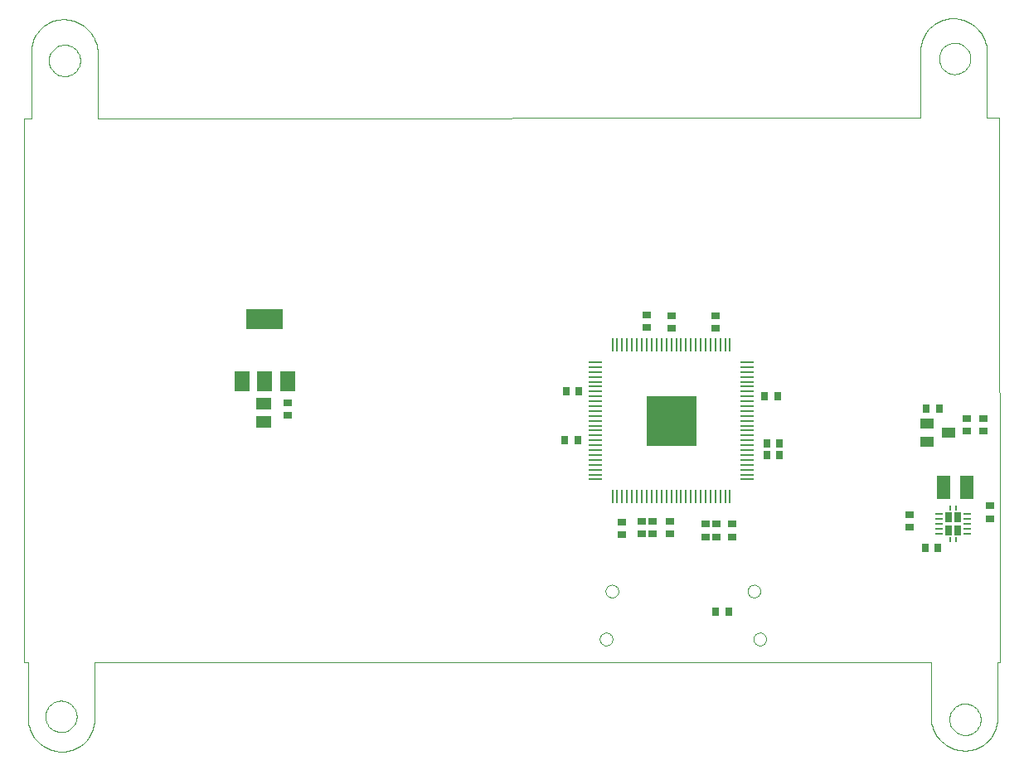
<source format=gtp>
G75*
G70*
%OFA0B0*%
%FSLAX24Y24*%
%IPPOS*%
%LPD*%
%AMOC8*
5,1,8,0,0,1.08239X$1,22.5*
%
%ADD10C,0.0000*%
%ADD11R,0.0098X0.0226*%
%ADD12R,0.0256X0.0404*%
%ADD13R,0.0270X0.0091*%
%ADD14C,0.0091*%
%ADD15R,0.0551X0.0945*%
%ADD16R,0.0354X0.0276*%
%ADD17R,0.0276X0.0354*%
%ADD18R,0.0551X0.0394*%
%ADD19R,0.0580X0.0110*%
%ADD20R,0.0110X0.0580*%
%ADD21R,0.2050X0.2050*%
%ADD22R,0.0591X0.0787*%
%ADD23R,0.1496X0.0787*%
%ADD24R,0.0591X0.0512*%
D10*
X001652Y000107D02*
X001722Y000109D01*
X001792Y000115D01*
X001862Y000124D01*
X001931Y000137D01*
X002000Y000154D01*
X002067Y000175D01*
X002133Y000199D01*
X002197Y000227D01*
X002260Y000258D01*
X002322Y000293D01*
X002381Y000331D01*
X002438Y000372D01*
X002493Y000416D01*
X002545Y000463D01*
X002595Y000513D01*
X002642Y000565D01*
X002686Y000620D01*
X002727Y000677D01*
X002765Y000736D01*
X002800Y000798D01*
X002831Y000861D01*
X002859Y000925D01*
X002883Y000991D01*
X002904Y001058D01*
X002921Y001127D01*
X002934Y001196D01*
X002943Y001266D01*
X002949Y001336D01*
X002951Y001406D01*
X002951Y003690D01*
X036573Y003690D01*
X036573Y001524D01*
X036575Y001452D01*
X036581Y001380D01*
X036590Y001308D01*
X036603Y001237D01*
X036620Y001167D01*
X036640Y001098D01*
X036665Y001030D01*
X036692Y000964D01*
X036723Y000898D01*
X036758Y000835D01*
X036795Y000773D01*
X036836Y000714D01*
X036880Y000657D01*
X036927Y000602D01*
X036977Y000550D01*
X037029Y000500D01*
X037084Y000453D01*
X037141Y000409D01*
X037200Y000368D01*
X037262Y000331D01*
X037325Y000296D01*
X037391Y000265D01*
X037457Y000238D01*
X037525Y000213D01*
X037594Y000193D01*
X037664Y000176D01*
X037735Y000163D01*
X037807Y000154D01*
X037879Y000148D01*
X037951Y000146D01*
X037321Y001406D02*
X037323Y001456D01*
X037329Y001506D01*
X037339Y001555D01*
X037353Y001603D01*
X037370Y001650D01*
X037391Y001695D01*
X037416Y001739D01*
X037444Y001780D01*
X037476Y001819D01*
X037510Y001856D01*
X037547Y001890D01*
X037587Y001920D01*
X037629Y001947D01*
X037673Y001971D01*
X037719Y001992D01*
X037766Y002008D01*
X037814Y002021D01*
X037864Y002030D01*
X037913Y002035D01*
X037964Y002036D01*
X038014Y002033D01*
X038063Y002026D01*
X038112Y002015D01*
X038160Y002000D01*
X038206Y001982D01*
X038251Y001960D01*
X038294Y001934D01*
X038335Y001905D01*
X038374Y001873D01*
X038410Y001838D01*
X038442Y001800D01*
X038472Y001760D01*
X038499Y001717D01*
X038522Y001673D01*
X038541Y001627D01*
X038557Y001579D01*
X038569Y001530D01*
X038577Y001481D01*
X038581Y001431D01*
X038581Y001381D01*
X038577Y001331D01*
X038569Y001282D01*
X038557Y001233D01*
X038541Y001185D01*
X038522Y001139D01*
X038499Y001095D01*
X038472Y001052D01*
X038442Y001012D01*
X038410Y000974D01*
X038374Y000939D01*
X038335Y000907D01*
X038294Y000878D01*
X038251Y000852D01*
X038206Y000830D01*
X038160Y000812D01*
X038112Y000797D01*
X038063Y000786D01*
X038014Y000779D01*
X037964Y000776D01*
X037913Y000777D01*
X037864Y000782D01*
X037814Y000791D01*
X037766Y000804D01*
X037719Y000820D01*
X037673Y000841D01*
X037629Y000865D01*
X037587Y000892D01*
X037547Y000922D01*
X037510Y000956D01*
X037476Y000993D01*
X037444Y001032D01*
X037416Y001073D01*
X037391Y001117D01*
X037370Y001162D01*
X037353Y001209D01*
X037339Y001257D01*
X037329Y001306D01*
X037323Y001356D01*
X037321Y001406D01*
X037951Y000147D02*
X038021Y000149D01*
X038091Y000155D01*
X038161Y000164D01*
X038230Y000177D01*
X038299Y000194D01*
X038366Y000215D01*
X038432Y000239D01*
X038496Y000267D01*
X038559Y000298D01*
X038621Y000333D01*
X038680Y000371D01*
X038737Y000412D01*
X038792Y000456D01*
X038844Y000503D01*
X038894Y000553D01*
X038941Y000605D01*
X038985Y000660D01*
X039026Y000717D01*
X039064Y000776D01*
X039099Y000838D01*
X039130Y000901D01*
X039158Y000965D01*
X039182Y001031D01*
X039203Y001098D01*
X039220Y001167D01*
X039233Y001236D01*
X039242Y001306D01*
X039248Y001376D01*
X039250Y001446D01*
X039250Y003690D01*
X039349Y003690D01*
X039329Y025619D01*
X038837Y025619D01*
X038837Y028217D01*
X036907Y027981D02*
X036909Y028031D01*
X036915Y028081D01*
X036925Y028130D01*
X036939Y028178D01*
X036956Y028225D01*
X036977Y028270D01*
X037002Y028314D01*
X037030Y028355D01*
X037062Y028394D01*
X037096Y028431D01*
X037133Y028465D01*
X037173Y028495D01*
X037215Y028522D01*
X037259Y028546D01*
X037305Y028567D01*
X037352Y028583D01*
X037400Y028596D01*
X037450Y028605D01*
X037499Y028610D01*
X037550Y028611D01*
X037600Y028608D01*
X037649Y028601D01*
X037698Y028590D01*
X037746Y028575D01*
X037792Y028557D01*
X037837Y028535D01*
X037880Y028509D01*
X037921Y028480D01*
X037960Y028448D01*
X037996Y028413D01*
X038028Y028375D01*
X038058Y028335D01*
X038085Y028292D01*
X038108Y028248D01*
X038127Y028202D01*
X038143Y028154D01*
X038155Y028105D01*
X038163Y028056D01*
X038167Y028006D01*
X038167Y027956D01*
X038163Y027906D01*
X038155Y027857D01*
X038143Y027808D01*
X038127Y027760D01*
X038108Y027714D01*
X038085Y027670D01*
X038058Y027627D01*
X038028Y027587D01*
X037996Y027549D01*
X037960Y027514D01*
X037921Y027482D01*
X037880Y027453D01*
X037837Y027427D01*
X037792Y027405D01*
X037746Y027387D01*
X037698Y027372D01*
X037649Y027361D01*
X037600Y027354D01*
X037550Y027351D01*
X037499Y027352D01*
X037450Y027357D01*
X037400Y027366D01*
X037352Y027379D01*
X037305Y027395D01*
X037259Y027416D01*
X037215Y027440D01*
X037173Y027467D01*
X037133Y027497D01*
X037096Y027531D01*
X037062Y027568D01*
X037030Y027607D01*
X037002Y027648D01*
X036977Y027692D01*
X036956Y027737D01*
X036939Y027784D01*
X036925Y027832D01*
X036915Y027881D01*
X036909Y027931D01*
X036907Y027981D01*
X037459Y029595D02*
X037531Y029593D01*
X037603Y029587D01*
X037675Y029578D01*
X037746Y029565D01*
X037816Y029548D01*
X037885Y029528D01*
X037953Y029503D01*
X038019Y029476D01*
X038085Y029445D01*
X038148Y029410D01*
X038210Y029373D01*
X038269Y029332D01*
X038326Y029288D01*
X038381Y029241D01*
X038433Y029191D01*
X038483Y029139D01*
X038530Y029084D01*
X038574Y029027D01*
X038615Y028968D01*
X038652Y028906D01*
X038687Y028843D01*
X038718Y028777D01*
X038745Y028711D01*
X038770Y028643D01*
X038790Y028574D01*
X038807Y028504D01*
X038820Y028433D01*
X038829Y028361D01*
X038835Y028289D01*
X038837Y028217D01*
X037459Y029595D02*
X037389Y029593D01*
X037319Y029587D01*
X037249Y029578D01*
X037180Y029565D01*
X037111Y029548D01*
X037044Y029527D01*
X036978Y029503D01*
X036914Y029475D01*
X036851Y029444D01*
X036789Y029409D01*
X036730Y029371D01*
X036673Y029330D01*
X036618Y029286D01*
X036566Y029239D01*
X036516Y029189D01*
X036469Y029137D01*
X036425Y029082D01*
X036384Y029025D01*
X036346Y028966D01*
X036311Y028904D01*
X036280Y028841D01*
X036252Y028777D01*
X036228Y028711D01*
X036207Y028644D01*
X036190Y028575D01*
X036177Y028506D01*
X036168Y028436D01*
X036162Y028366D01*
X036160Y028296D01*
X036160Y025619D01*
X003089Y025580D01*
X003089Y028178D01*
X001120Y027902D02*
X001122Y027952D01*
X001128Y028002D01*
X001138Y028051D01*
X001152Y028099D01*
X001169Y028146D01*
X001190Y028191D01*
X001215Y028235D01*
X001243Y028276D01*
X001275Y028315D01*
X001309Y028352D01*
X001346Y028386D01*
X001386Y028416D01*
X001428Y028443D01*
X001472Y028467D01*
X001518Y028488D01*
X001565Y028504D01*
X001613Y028517D01*
X001663Y028526D01*
X001712Y028531D01*
X001763Y028532D01*
X001813Y028529D01*
X001862Y028522D01*
X001911Y028511D01*
X001959Y028496D01*
X002005Y028478D01*
X002050Y028456D01*
X002093Y028430D01*
X002134Y028401D01*
X002173Y028369D01*
X002209Y028334D01*
X002241Y028296D01*
X002271Y028256D01*
X002298Y028213D01*
X002321Y028169D01*
X002340Y028123D01*
X002356Y028075D01*
X002368Y028026D01*
X002376Y027977D01*
X002380Y027927D01*
X002380Y027877D01*
X002376Y027827D01*
X002368Y027778D01*
X002356Y027729D01*
X002340Y027681D01*
X002321Y027635D01*
X002298Y027591D01*
X002271Y027548D01*
X002241Y027508D01*
X002209Y027470D01*
X002173Y027435D01*
X002134Y027403D01*
X002093Y027374D01*
X002050Y027348D01*
X002005Y027326D01*
X001959Y027308D01*
X001911Y027293D01*
X001862Y027282D01*
X001813Y027275D01*
X001763Y027272D01*
X001712Y027273D01*
X001663Y027278D01*
X001613Y027287D01*
X001565Y027300D01*
X001518Y027316D01*
X001472Y027337D01*
X001428Y027361D01*
X001386Y027388D01*
X001346Y027418D01*
X001309Y027452D01*
X001275Y027489D01*
X001243Y027528D01*
X001215Y027569D01*
X001190Y027613D01*
X001169Y027658D01*
X001152Y027705D01*
X001138Y027753D01*
X001128Y027802D01*
X001122Y027852D01*
X001120Y027902D01*
X001711Y029556D02*
X001783Y029554D01*
X001855Y029548D01*
X001927Y029539D01*
X001998Y029526D01*
X002068Y029509D01*
X002137Y029489D01*
X002205Y029464D01*
X002271Y029437D01*
X002337Y029406D01*
X002400Y029371D01*
X002462Y029334D01*
X002521Y029293D01*
X002578Y029249D01*
X002633Y029202D01*
X002685Y029152D01*
X002735Y029100D01*
X002782Y029045D01*
X002826Y028988D01*
X002867Y028929D01*
X002904Y028867D01*
X002939Y028804D01*
X002970Y028738D01*
X002997Y028672D01*
X003022Y028604D01*
X003042Y028535D01*
X003059Y028465D01*
X003072Y028394D01*
X003081Y028322D01*
X003087Y028250D01*
X003089Y028178D01*
X001711Y029556D02*
X001641Y029554D01*
X001571Y029548D01*
X001501Y029539D01*
X001432Y029526D01*
X001363Y029509D01*
X001296Y029488D01*
X001230Y029464D01*
X001166Y029436D01*
X001103Y029405D01*
X001041Y029370D01*
X000982Y029332D01*
X000925Y029291D01*
X000870Y029247D01*
X000818Y029200D01*
X000768Y029150D01*
X000721Y029098D01*
X000677Y029043D01*
X000636Y028986D01*
X000598Y028927D01*
X000563Y028865D01*
X000532Y028802D01*
X000504Y028738D01*
X000480Y028672D01*
X000459Y028605D01*
X000442Y028536D01*
X000429Y028467D01*
X000420Y028397D01*
X000414Y028327D01*
X000412Y028257D01*
X000411Y028257D02*
X000411Y025580D01*
X000136Y025580D01*
X000136Y003690D01*
X000274Y003690D01*
X000274Y001485D01*
X000982Y001524D02*
X000984Y001574D01*
X000990Y001624D01*
X001000Y001673D01*
X001014Y001721D01*
X001031Y001768D01*
X001052Y001813D01*
X001077Y001857D01*
X001105Y001898D01*
X001137Y001937D01*
X001171Y001974D01*
X001208Y002008D01*
X001248Y002038D01*
X001290Y002065D01*
X001334Y002089D01*
X001380Y002110D01*
X001427Y002126D01*
X001475Y002139D01*
X001525Y002148D01*
X001574Y002153D01*
X001625Y002154D01*
X001675Y002151D01*
X001724Y002144D01*
X001773Y002133D01*
X001821Y002118D01*
X001867Y002100D01*
X001912Y002078D01*
X001955Y002052D01*
X001996Y002023D01*
X002035Y001991D01*
X002071Y001956D01*
X002103Y001918D01*
X002133Y001878D01*
X002160Y001835D01*
X002183Y001791D01*
X002202Y001745D01*
X002218Y001697D01*
X002230Y001648D01*
X002238Y001599D01*
X002242Y001549D01*
X002242Y001499D01*
X002238Y001449D01*
X002230Y001400D01*
X002218Y001351D01*
X002202Y001303D01*
X002183Y001257D01*
X002160Y001213D01*
X002133Y001170D01*
X002103Y001130D01*
X002071Y001092D01*
X002035Y001057D01*
X001996Y001025D01*
X001955Y000996D01*
X001912Y000970D01*
X001867Y000948D01*
X001821Y000930D01*
X001773Y000915D01*
X001724Y000904D01*
X001675Y000897D01*
X001625Y000894D01*
X001574Y000895D01*
X001525Y000900D01*
X001475Y000909D01*
X001427Y000922D01*
X001380Y000938D01*
X001334Y000959D01*
X001290Y000983D01*
X001248Y001010D01*
X001208Y001040D01*
X001171Y001074D01*
X001137Y001111D01*
X001105Y001150D01*
X001077Y001191D01*
X001052Y001235D01*
X001031Y001280D01*
X001014Y001327D01*
X001000Y001375D01*
X000990Y001424D01*
X000984Y001474D01*
X000982Y001524D01*
X000274Y001485D02*
X000276Y001413D01*
X000282Y001341D01*
X000291Y001269D01*
X000304Y001198D01*
X000321Y001128D01*
X000341Y001059D01*
X000366Y000991D01*
X000393Y000925D01*
X000424Y000859D01*
X000459Y000796D01*
X000496Y000734D01*
X000537Y000675D01*
X000581Y000618D01*
X000628Y000563D01*
X000678Y000511D01*
X000730Y000461D01*
X000785Y000414D01*
X000842Y000370D01*
X000901Y000329D01*
X000963Y000292D01*
X001026Y000257D01*
X001092Y000226D01*
X001158Y000199D01*
X001226Y000174D01*
X001295Y000154D01*
X001365Y000137D01*
X001436Y000124D01*
X001508Y000115D01*
X001580Y000109D01*
X001652Y000107D01*
X023266Y004635D02*
X023268Y004666D01*
X023274Y004697D01*
X023283Y004727D01*
X023296Y004756D01*
X023313Y004783D01*
X023333Y004807D01*
X023355Y004829D01*
X023381Y004848D01*
X023408Y004864D01*
X023437Y004876D01*
X023467Y004885D01*
X023498Y004890D01*
X023530Y004891D01*
X023561Y004888D01*
X023592Y004881D01*
X023622Y004871D01*
X023650Y004857D01*
X023676Y004839D01*
X023700Y004819D01*
X023721Y004795D01*
X023740Y004770D01*
X023755Y004742D01*
X023766Y004713D01*
X023774Y004682D01*
X023778Y004651D01*
X023778Y004619D01*
X023774Y004588D01*
X023766Y004557D01*
X023755Y004528D01*
X023740Y004500D01*
X023721Y004475D01*
X023700Y004451D01*
X023676Y004431D01*
X023650Y004413D01*
X023622Y004399D01*
X023592Y004389D01*
X023561Y004382D01*
X023530Y004379D01*
X023498Y004380D01*
X023467Y004385D01*
X023437Y004394D01*
X023408Y004406D01*
X023381Y004422D01*
X023355Y004441D01*
X023333Y004463D01*
X023313Y004487D01*
X023296Y004514D01*
X023283Y004543D01*
X023274Y004573D01*
X023268Y004604D01*
X023266Y004635D01*
X023502Y006564D02*
X023504Y006595D01*
X023510Y006626D01*
X023519Y006656D01*
X023532Y006685D01*
X023549Y006712D01*
X023569Y006736D01*
X023591Y006758D01*
X023617Y006777D01*
X023644Y006793D01*
X023673Y006805D01*
X023703Y006814D01*
X023734Y006819D01*
X023766Y006820D01*
X023797Y006817D01*
X023828Y006810D01*
X023858Y006800D01*
X023886Y006786D01*
X023912Y006768D01*
X023936Y006748D01*
X023957Y006724D01*
X023976Y006699D01*
X023991Y006671D01*
X024002Y006642D01*
X024010Y006611D01*
X024014Y006580D01*
X024014Y006548D01*
X024010Y006517D01*
X024002Y006486D01*
X023991Y006457D01*
X023976Y006429D01*
X023957Y006404D01*
X023936Y006380D01*
X023912Y006360D01*
X023886Y006342D01*
X023858Y006328D01*
X023828Y006318D01*
X023797Y006311D01*
X023766Y006308D01*
X023734Y006309D01*
X023703Y006314D01*
X023673Y006323D01*
X023644Y006335D01*
X023617Y006351D01*
X023591Y006370D01*
X023569Y006392D01*
X023549Y006416D01*
X023532Y006443D01*
X023519Y006472D01*
X023510Y006502D01*
X023504Y006533D01*
X023502Y006564D01*
X029211Y006564D02*
X029213Y006595D01*
X029219Y006626D01*
X029228Y006656D01*
X029241Y006685D01*
X029258Y006712D01*
X029278Y006736D01*
X029300Y006758D01*
X029326Y006777D01*
X029353Y006793D01*
X029382Y006805D01*
X029412Y006814D01*
X029443Y006819D01*
X029475Y006820D01*
X029506Y006817D01*
X029537Y006810D01*
X029567Y006800D01*
X029595Y006786D01*
X029621Y006768D01*
X029645Y006748D01*
X029666Y006724D01*
X029685Y006699D01*
X029700Y006671D01*
X029711Y006642D01*
X029719Y006611D01*
X029723Y006580D01*
X029723Y006548D01*
X029719Y006517D01*
X029711Y006486D01*
X029700Y006457D01*
X029685Y006429D01*
X029666Y006404D01*
X029645Y006380D01*
X029621Y006360D01*
X029595Y006342D01*
X029567Y006328D01*
X029537Y006318D01*
X029506Y006311D01*
X029475Y006308D01*
X029443Y006309D01*
X029412Y006314D01*
X029382Y006323D01*
X029353Y006335D01*
X029326Y006351D01*
X029300Y006370D01*
X029278Y006392D01*
X029258Y006416D01*
X029241Y006443D01*
X029228Y006472D01*
X029219Y006502D01*
X029213Y006533D01*
X029211Y006564D01*
X029447Y004635D02*
X029449Y004666D01*
X029455Y004697D01*
X029464Y004727D01*
X029477Y004756D01*
X029494Y004783D01*
X029514Y004807D01*
X029536Y004829D01*
X029562Y004848D01*
X029589Y004864D01*
X029618Y004876D01*
X029648Y004885D01*
X029679Y004890D01*
X029711Y004891D01*
X029742Y004888D01*
X029773Y004881D01*
X029803Y004871D01*
X029831Y004857D01*
X029857Y004839D01*
X029881Y004819D01*
X029902Y004795D01*
X029921Y004770D01*
X029936Y004742D01*
X029947Y004713D01*
X029955Y004682D01*
X029959Y004651D01*
X029959Y004619D01*
X029955Y004588D01*
X029947Y004557D01*
X029936Y004528D01*
X029921Y004500D01*
X029902Y004475D01*
X029881Y004451D01*
X029857Y004431D01*
X029831Y004413D01*
X029803Y004399D01*
X029773Y004389D01*
X029742Y004382D01*
X029711Y004379D01*
X029679Y004380D01*
X029648Y004385D01*
X029618Y004394D01*
X029589Y004406D01*
X029562Y004422D01*
X029536Y004441D01*
X029514Y004463D01*
X029494Y004487D01*
X029477Y004514D01*
X029464Y004543D01*
X029455Y004573D01*
X029449Y004604D01*
X029447Y004635D01*
D11*
X037361Y008629D03*
X037577Y008629D03*
X037577Y009898D03*
X037361Y009898D03*
D12*
X037282Y009524D03*
X037656Y009524D03*
X037656Y009003D03*
X037282Y009003D03*
D13*
X036876Y009067D03*
X036876Y009263D03*
X036876Y009460D03*
X036876Y009657D03*
X036876Y008870D03*
X038063Y008870D03*
X038063Y009067D03*
X038063Y009263D03*
X038063Y009460D03*
X038063Y009657D03*
D14*
X037928Y009657D03*
X037928Y009460D03*
X037928Y009263D03*
X037928Y009067D03*
X037928Y008870D03*
X037010Y008870D03*
X037010Y009067D03*
X037010Y009263D03*
X037010Y009460D03*
X037010Y009657D03*
D15*
X037075Y010720D03*
X038020Y010720D03*
D16*
X038965Y009992D03*
X038965Y009480D03*
X035737Y009637D03*
X035737Y009126D03*
X038030Y013001D03*
X038030Y013513D03*
X038699Y013513D03*
X038699Y013001D03*
X028581Y009261D03*
X027951Y009261D03*
X027518Y009261D03*
X027518Y008749D03*
X027951Y008749D03*
X028581Y008749D03*
X026100Y008867D03*
X026100Y009379D03*
X025392Y009379D03*
X024959Y009379D03*
X024959Y008867D03*
X025392Y008867D03*
X024171Y008828D03*
X024171Y009339D03*
X025156Y017174D03*
X025156Y017686D03*
X026140Y017646D03*
X026140Y017135D03*
X027911Y017135D03*
X027911Y017646D03*
X010707Y014143D03*
X010707Y013631D03*
D17*
X021868Y012627D03*
X022380Y012627D03*
X022419Y014595D03*
X021908Y014595D03*
X029900Y014398D03*
X030411Y014398D03*
X030490Y012509D03*
X029978Y012509D03*
X029978Y012036D03*
X030490Y012036D03*
X036396Y013887D03*
X036908Y013887D03*
X036859Y008319D03*
X036347Y008319D03*
X028443Y005737D03*
X027931Y005737D03*
D18*
X036415Y012568D03*
X036415Y013316D03*
X037282Y012942D03*
D19*
X029180Y013024D03*
X029180Y013214D03*
X029180Y013414D03*
X029180Y013614D03*
X029180Y013804D03*
X029180Y014004D03*
X029180Y014204D03*
X029180Y014394D03*
X029180Y014594D03*
X029180Y014794D03*
X029180Y014984D03*
X029180Y015184D03*
X029180Y015384D03*
X029180Y015584D03*
X029180Y015774D03*
X029180Y012824D03*
X029180Y012624D03*
X029180Y012434D03*
X029180Y012234D03*
X029180Y012034D03*
X029180Y011844D03*
X029180Y011644D03*
X029180Y011444D03*
X029180Y011244D03*
X029180Y011054D03*
X023100Y011054D03*
X023100Y011244D03*
X023100Y011444D03*
X023100Y011644D03*
X023100Y011844D03*
X023100Y012034D03*
X023100Y012234D03*
X023100Y012434D03*
X023100Y012624D03*
X023100Y012824D03*
X023100Y013024D03*
X023100Y013214D03*
X023100Y013414D03*
X023100Y013614D03*
X023100Y013804D03*
X023100Y014004D03*
X023100Y014204D03*
X023100Y014394D03*
X023100Y014594D03*
X023100Y014794D03*
X023100Y014984D03*
X023100Y015184D03*
X023100Y015384D03*
X023100Y015584D03*
X023100Y015774D03*
D20*
X023780Y016454D03*
X023970Y016454D03*
X024170Y016454D03*
X024370Y016454D03*
X024570Y016454D03*
X024760Y016454D03*
X024960Y016454D03*
X025160Y016454D03*
X025350Y016454D03*
X025550Y016454D03*
X025750Y016454D03*
X025940Y016454D03*
X026140Y016454D03*
X026340Y016454D03*
X026530Y016454D03*
X026730Y016454D03*
X026930Y016454D03*
X027120Y016454D03*
X027320Y016454D03*
X027520Y016454D03*
X027710Y016454D03*
X027910Y016454D03*
X028110Y016454D03*
X028310Y016454D03*
X028500Y016454D03*
X028500Y010374D03*
X028310Y010374D03*
X028110Y010374D03*
X027910Y010374D03*
X027710Y010374D03*
X027520Y010374D03*
X027320Y010374D03*
X027120Y010374D03*
X026930Y010374D03*
X026730Y010374D03*
X026530Y010374D03*
X026340Y010374D03*
X026140Y010374D03*
X025940Y010374D03*
X025750Y010374D03*
X025550Y010374D03*
X025350Y010374D03*
X025160Y010374D03*
X024960Y010374D03*
X024760Y010374D03*
X024570Y010374D03*
X024370Y010374D03*
X024170Y010374D03*
X023970Y010374D03*
X023780Y010374D03*
D21*
X026150Y013394D03*
D22*
X010707Y015009D03*
X009801Y015009D03*
X008896Y015009D03*
D23*
X009801Y017489D03*
D24*
X009762Y014103D03*
X009762Y013355D03*
M02*

</source>
